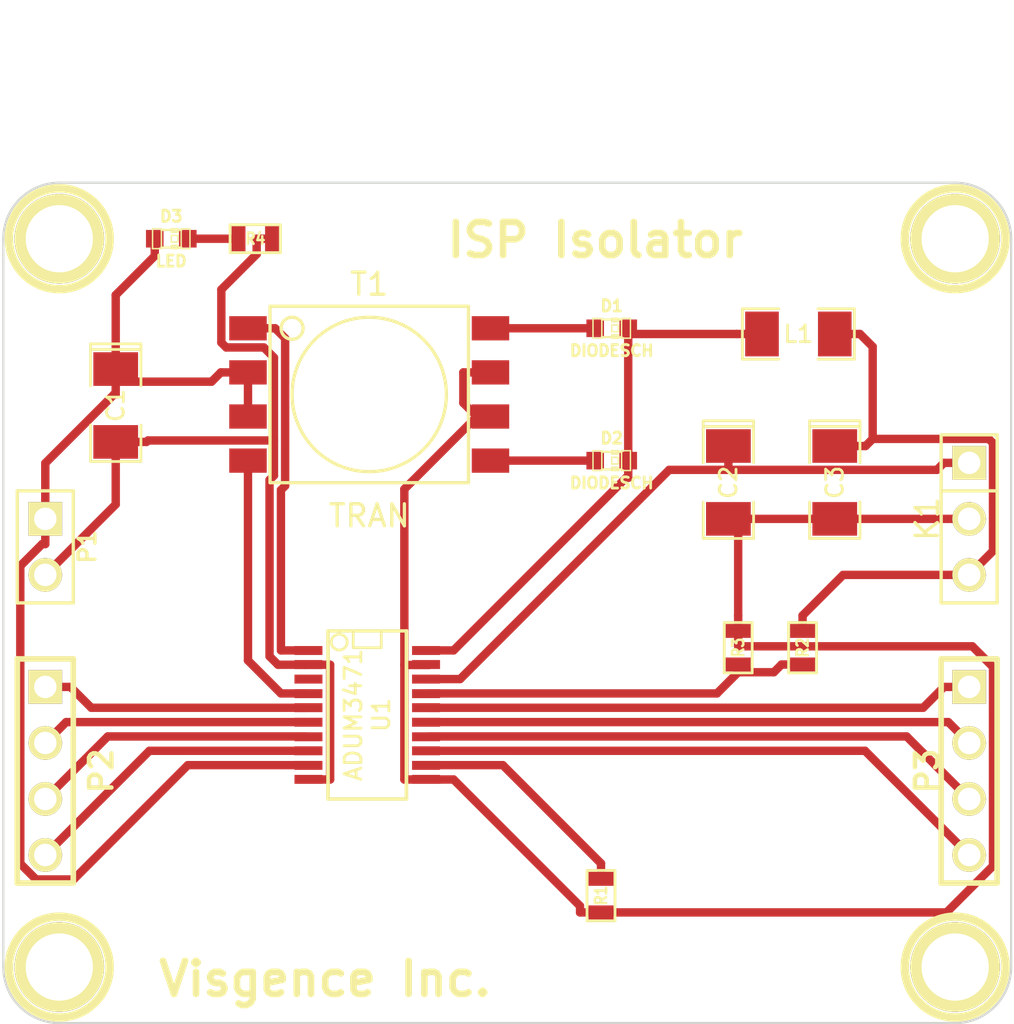
<source format=kicad_pcb>
(kicad_pcb (version 3) (host pcbnew "(2013-07-07 BZR 4022)-stable")

  (general
    (links 41)
    (no_connects 0)
    (area 24.0284 17.78 72.0852 64.516)
    (thickness 1.6)
    (drawings 11)
    (tracks 134)
    (zones 0)
    (modules 21)
    (nets 22)
  )

  (page USLetter)
  (title_block 
    (title "ISP Isolator")
    (rev Rev1)
    (company "Visgence Inc.")
  )

  (layers
    (15 F.Cu signal)
    (0 B.Cu signal)
    (16 B.Adhes user)
    (17 F.Adhes user)
    (18 B.Paste user)
    (19 F.Paste user)
    (20 B.SilkS user)
    (21 F.SilkS user)
    (22 B.Mask user)
    (23 F.Mask user)
    (24 Dwgs.User user)
    (25 Cmts.User user)
    (26 Eco1.User user)
    (27 Eco2.User user)
    (28 Edge.Cuts user)
  )

  (setup
    (last_trace_width 0.381)
    (user_trace_width 0.508)
    (user_trace_width 1.016)
    (trace_clearance 0.127)
    (zone_clearance 0.508)
    (zone_45_only no)
    (trace_min 0.254)
    (segment_width 0.2)
    (edge_width 0.1)
    (via_size 0.889)
    (via_drill 0.635)
    (via_min_size 0.889)
    (via_min_drill 0.508)
    (uvia_size 0.508)
    (uvia_drill 0.127)
    (uvias_allowed no)
    (uvia_min_size 0.508)
    (uvia_min_drill 0.127)
    (pcb_text_width 0.3)
    (pcb_text_size 1.5 1.5)
    (mod_edge_width 0.15)
    (mod_text_size 1 1)
    (mod_text_width 0.15)
    (pad_size 1.7 1.1)
    (pad_drill 0)
    (pad_to_mask_clearance 0)
    (aux_axis_origin 0 0)
    (visible_elements 7FFFFFFF)
    (pcbplotparams
      (layerselection 3178497)
      (usegerberextensions true)
      (excludeedgelayer true)
      (linewidth 0.150000)
      (plotframeref false)
      (viasonmask false)
      (mode 1)
      (useauxorigin false)
      (hpglpennumber 1)
      (hpglpenspeed 20)
      (hpglpendiameter 15)
      (hpglpenoverlay 2)
      (psnegative false)
      (psa4output false)
      (plotreference true)
      (plotvalue true)
      (plotothertext true)
      (plotinvisibletext false)
      (padsonsilk false)
      (subtractmaskfromsilk false)
      (outputformat 1)
      (mirror false)
      (drillshape 0)
      (scaleselection 1)
      (outputdirectory ""))
  )

  (net 0 "")
  (net 1 +5V)
  (net 2 GND)
  (net 3 GNDA)
  (net 4 InA)
  (net 5 InB)
  (net 6 InC)
  (net 7 InD)
  (net 8 N-000011)
  (net 9 N-000012)
  (net 10 N-000015)
  (net 11 N-000016)
  (net 12 N-000018)
  (net 13 N-000019)
  (net 14 N-000020)
  (net 15 N-000021)
  (net 16 OutA)
  (net 17 OutB)
  (net 18 OutC)
  (net 19 OutD)
  (net 20 VDD)
  (net 21 Viso)

  (net_class Default "This is the default net class."
    (clearance 0.127)
    (trace_width 0.381)
    (via_dia 0.889)
    (via_drill 0.635)
    (uvia_dia 0.508)
    (uvia_drill 0.127)
    (add_net "")
    (add_net +5V)
    (add_net GND)
    (add_net GNDA)
    (add_net InA)
    (add_net InB)
    (add_net InC)
    (add_net InD)
    (add_net N-000011)
    (add_net N-000012)
    (add_net N-000015)
    (add_net N-000016)
    (add_net N-000018)
    (add_net N-000019)
    (add_net N-000020)
    (add_net N-000021)
    (add_net OutA)
    (add_net OutB)
    (add_net OutC)
    (add_net OutD)
    (add_net VDD)
    (add_net Viso)
  )

  (module SM1206POL (layer F.Cu) (tedit 42806E4C) (tstamp 527076F6)
    (at 30.5 35.5 270)
    (path /52703693)
    (attr smd)
    (fp_text reference C1 (at 0 0 270) (layer F.SilkS)
      (effects (font (size 0.762 0.762) (thickness 0.127)))
    )
    (fp_text value CP1 (at 0 0 270) (layer F.SilkS) hide
      (effects (font (size 0.762 0.762) (thickness 0.127)))
    )
    (fp_line (start -2.54 -1.143) (end -2.794 -1.143) (layer F.SilkS) (width 0.127))
    (fp_line (start -2.794 -1.143) (end -2.794 1.143) (layer F.SilkS) (width 0.127))
    (fp_line (start -2.794 1.143) (end -2.54 1.143) (layer F.SilkS) (width 0.127))
    (fp_line (start -2.54 -1.143) (end -2.54 1.143) (layer F.SilkS) (width 0.127))
    (fp_line (start -2.54 1.143) (end -0.889 1.143) (layer F.SilkS) (width 0.127))
    (fp_line (start 0.889 -1.143) (end 2.54 -1.143) (layer F.SilkS) (width 0.127))
    (fp_line (start 2.54 -1.143) (end 2.54 1.143) (layer F.SilkS) (width 0.127))
    (fp_line (start 2.54 1.143) (end 0.889 1.143) (layer F.SilkS) (width 0.127))
    (fp_line (start -0.889 -1.143) (end -2.54 -1.143) (layer F.SilkS) (width 0.127))
    (pad 1 smd rect (at -1.651 0 270) (size 1.524 2.032)
      (layers F.Cu F.Paste F.Mask)
      (net 20 VDD)
    )
    (pad 2 smd rect (at 1.651 0 270) (size 1.524 2.032)
      (layers F.Cu F.Paste F.Mask)
      (net 3 GNDA)
    )
    (model smd/chip_cms_pol.wrl
      (at (xyz 0 0 0))
      (scale (xyz 0.17 0.16 0.16))
      (rotate (xyz 0 0 0))
    )
  )

  (module SM1206POL (layer F.Cu) (tedit 42806E4C) (tstamp 52707705)
    (at 63.119 38.989 270)
    (path /527037BA)
    (attr smd)
    (fp_text reference C3 (at 0 0 270) (layer F.SilkS)
      (effects (font (size 0.762 0.762) (thickness 0.127)))
    )
    (fp_text value CP1 (at 0 0 270) (layer F.SilkS) hide
      (effects (font (size 0.762 0.762) (thickness 0.127)))
    )
    (fp_line (start -2.54 -1.143) (end -2.794 -1.143) (layer F.SilkS) (width 0.127))
    (fp_line (start -2.794 -1.143) (end -2.794 1.143) (layer F.SilkS) (width 0.127))
    (fp_line (start -2.794 1.143) (end -2.54 1.143) (layer F.SilkS) (width 0.127))
    (fp_line (start -2.54 -1.143) (end -2.54 1.143) (layer F.SilkS) (width 0.127))
    (fp_line (start -2.54 1.143) (end -0.889 1.143) (layer F.SilkS) (width 0.127))
    (fp_line (start 0.889 -1.143) (end 2.54 -1.143) (layer F.SilkS) (width 0.127))
    (fp_line (start 2.54 -1.143) (end 2.54 1.143) (layer F.SilkS) (width 0.127))
    (fp_line (start 2.54 1.143) (end 0.889 1.143) (layer F.SilkS) (width 0.127))
    (fp_line (start -0.889 -1.143) (end -2.54 -1.143) (layer F.SilkS) (width 0.127))
    (pad 1 smd rect (at -1.651 0 270) (size 1.524 2.032)
      (layers F.Cu F.Paste F.Mask)
      (net 21 Viso)
    )
    (pad 2 smd rect (at 1.651 0 270) (size 1.524 2.032)
      (layers F.Cu F.Paste F.Mask)
      (net 2 GND)
    )
    (model smd/chip_cms_pol.wrl
      (at (xyz 0 0 0))
      (scale (xyz 0.17 0.16 0.16))
      (rotate (xyz 0 0 0))
    )
  )

  (module SM1206POL (layer F.Cu) (tedit 42806E4C) (tstamp 52707714)
    (at 58.293 38.989 270)
    (path /52703917)
    (attr smd)
    (fp_text reference C2 (at 0 0 270) (layer F.SilkS)
      (effects (font (size 0.762 0.762) (thickness 0.127)))
    )
    (fp_text value CP1 (at 0 0 270) (layer F.SilkS) hide
      (effects (font (size 0.762 0.762) (thickness 0.127)))
    )
    (fp_line (start -2.54 -1.143) (end -2.794 -1.143) (layer F.SilkS) (width 0.127))
    (fp_line (start -2.794 -1.143) (end -2.794 1.143) (layer F.SilkS) (width 0.127))
    (fp_line (start -2.794 1.143) (end -2.54 1.143) (layer F.SilkS) (width 0.127))
    (fp_line (start -2.54 -1.143) (end -2.54 1.143) (layer F.SilkS) (width 0.127))
    (fp_line (start -2.54 1.143) (end -0.889 1.143) (layer F.SilkS) (width 0.127))
    (fp_line (start 0.889 -1.143) (end 2.54 -1.143) (layer F.SilkS) (width 0.127))
    (fp_line (start 2.54 -1.143) (end 2.54 1.143) (layer F.SilkS) (width 0.127))
    (fp_line (start 2.54 1.143) (end 0.889 1.143) (layer F.SilkS) (width 0.127))
    (fp_line (start -0.889 -1.143) (end -2.54 -1.143) (layer F.SilkS) (width 0.127))
    (pad 1 smd rect (at -1.651 0 270) (size 1.524 2.032)
      (layers F.Cu F.Paste F.Mask)
      (net 1 +5V)
    )
    (pad 2 smd rect (at 1.651 0 270) (size 1.524 2.032)
      (layers F.Cu F.Paste F.Mask)
      (net 2 GND)
    )
    (model smd/chip_cms_pol.wrl
      (at (xyz 0 0 0))
      (scale (xyz 0.17 0.16 0.16))
      (rotate (xyz 0 0 0))
    )
  )

  (module SM1206 (layer F.Cu) (tedit 42806E24) (tstamp 52707720)
    (at 61.468 32.258)
    (path /52703762)
    (attr smd)
    (fp_text reference L1 (at 0 0) (layer F.SilkS)
      (effects (font (size 0.762 0.762) (thickness 0.127)))
    )
    (fp_text value 47uH (at 0 0) (layer F.SilkS) hide
      (effects (font (size 0.762 0.762) (thickness 0.127)))
    )
    (fp_line (start -2.54 -1.143) (end -2.54 1.143) (layer F.SilkS) (width 0.127))
    (fp_line (start -2.54 1.143) (end -0.889 1.143) (layer F.SilkS) (width 0.127))
    (fp_line (start 0.889 -1.143) (end 2.54 -1.143) (layer F.SilkS) (width 0.127))
    (fp_line (start 2.54 -1.143) (end 2.54 1.143) (layer F.SilkS) (width 0.127))
    (fp_line (start 2.54 1.143) (end 0.889 1.143) (layer F.SilkS) (width 0.127))
    (fp_line (start -0.889 -1.143) (end -2.54 -1.143) (layer F.SilkS) (width 0.127))
    (pad 1 smd rect (at -1.651 0) (size 1.524 2.032)
      (layers F.Cu F.Paste F.Mask)
      (net 15 N-000021)
    )
    (pad 2 smd rect (at 1.651 0) (size 1.524 2.032)
      (layers F.Cu F.Paste F.Mask)
      (net 21 Viso)
    )
    (model smd/chip_cms.wrl
      (at (xyz 0 0 0))
      (scale (xyz 0.17 0.16 0.16))
      (rotate (xyz 0 0 0))
    )
  )

  (module SM0603 (layer F.Cu) (tedit 4E43A3D1) (tstamp 5270772A)
    (at 61.6585 46.482 270)
    (path /52703825)
    (attr smd)
    (fp_text reference R2 (at 0 0 270) (layer F.SilkS)
      (effects (font (size 0.508 0.4572) (thickness 0.1143)))
    )
    (fp_text value R (at 0 0 270) (layer F.SilkS) hide
      (effects (font (size 0.508 0.4572) (thickness 0.1143)))
    )
    (fp_line (start -1.143 -0.635) (end 1.143 -0.635) (layer F.SilkS) (width 0.127))
    (fp_line (start 1.143 -0.635) (end 1.143 0.635) (layer F.SilkS) (width 0.127))
    (fp_line (start 1.143 0.635) (end -1.143 0.635) (layer F.SilkS) (width 0.127))
    (fp_line (start -1.143 0.635) (end -1.143 -0.635) (layer F.SilkS) (width 0.127))
    (pad 1 smd rect (at -0.762 0 270) (size 0.635 1.143)
      (layers F.Cu F.Paste F.Mask)
      (net 21 Viso)
    )
    (pad 2 smd rect (at 0.762 0 270) (size 0.635 1.143)
      (layers F.Cu F.Paste F.Mask)
      (net 12 N-000018)
    )
    (model smd\resistors\R0603.wrl
      (at (xyz 0 0 0.001))
      (scale (xyz 0.5 0.5 0.5))
      (rotate (xyz 0 0 0))
    )
  )

  (module SM0603 (layer F.Cu) (tedit 4E43A3D1) (tstamp 52707734)
    (at 58.7375 46.482 270)
    (path /5270384C)
    (attr smd)
    (fp_text reference R3 (at 0 0 270) (layer F.SilkS)
      (effects (font (size 0.508 0.4572) (thickness 0.1143)))
    )
    (fp_text value R (at 0 0 270) (layer F.SilkS) hide
      (effects (font (size 0.508 0.4572) (thickness 0.1143)))
    )
    (fp_line (start -1.143 -0.635) (end 1.143 -0.635) (layer F.SilkS) (width 0.127))
    (fp_line (start 1.143 -0.635) (end 1.143 0.635) (layer F.SilkS) (width 0.127))
    (fp_line (start 1.143 0.635) (end -1.143 0.635) (layer F.SilkS) (width 0.127))
    (fp_line (start -1.143 0.635) (end -1.143 -0.635) (layer F.SilkS) (width 0.127))
    (pad 1 smd rect (at -0.762 0 270) (size 0.635 1.143)
      (layers F.Cu F.Paste F.Mask)
      (net 2 GND)
    )
    (pad 2 smd rect (at 0.762 0 270) (size 0.635 1.143)
      (layers F.Cu F.Paste F.Mask)
      (net 12 N-000018)
    )
    (model smd\resistors\R0603.wrl
      (at (xyz 0 0 0.001))
      (scale (xyz 0.5 0.5 0.5))
      (rotate (xyz 0 0 0))
    )
  )

  (module SM0603 (layer F.Cu) (tedit 4E43A3D1) (tstamp 5270773E)
    (at 52.5145 57.7215 90)
    (path /52703A11)
    (attr smd)
    (fp_text reference R1 (at 0 0 90) (layer F.SilkS)
      (effects (font (size 0.508 0.4572) (thickness 0.1143)))
    )
    (fp_text value 100k (at 0 0 90) (layer F.SilkS) hide
      (effects (font (size 0.508 0.4572) (thickness 0.1143)))
    )
    (fp_line (start -1.143 -0.635) (end 1.143 -0.635) (layer F.SilkS) (width 0.127))
    (fp_line (start 1.143 -0.635) (end 1.143 0.635) (layer F.SilkS) (width 0.127))
    (fp_line (start 1.143 0.635) (end -1.143 0.635) (layer F.SilkS) (width 0.127))
    (fp_line (start -1.143 0.635) (end -1.143 -0.635) (layer F.SilkS) (width 0.127))
    (pad 1 smd rect (at -0.762 0 90) (size 0.635 1.143)
      (layers F.Cu F.Paste F.Mask)
      (net 2 GND)
    )
    (pad 2 smd rect (at 0.762 0 90) (size 0.635 1.143)
      (layers F.Cu F.Paste F.Mask)
      (net 8 N-000011)
    )
    (model smd\resistors\R0603.wrl
      (at (xyz 0 0 0.001))
      (scale (xyz 0.5 0.5 0.5))
      (rotate (xyz 0 0 0))
    )
  )

  (module PIN_ARRAY_4x1 (layer F.Cu) (tedit 4C10F42E) (tstamp 5270774A)
    (at 27.305 52.07 270)
    (descr "Double rangee de contacts 2 x 5 pins")
    (tags CONN)
    (path /5270773E)
    (fp_text reference P2 (at 0 -2.54 270) (layer F.SilkS)
      (effects (font (size 1.016 1.016) (thickness 0.2032)))
    )
    (fp_text value CONN_4 (at 0 2.54 270) (layer F.SilkS) hide
      (effects (font (size 1.016 1.016) (thickness 0.2032)))
    )
    (fp_line (start 5.08 1.27) (end -5.08 1.27) (layer F.SilkS) (width 0.254))
    (fp_line (start 5.08 -1.27) (end -5.08 -1.27) (layer F.SilkS) (width 0.254))
    (fp_line (start -5.08 -1.27) (end -5.08 1.27) (layer F.SilkS) (width 0.254))
    (fp_line (start 5.08 1.27) (end 5.08 -1.27) (layer F.SilkS) (width 0.254))
    (pad 1 thru_hole rect (at -3.81 0 270) (size 1.524 1.524) (drill 1.016)
      (layers *.Cu *.Mask F.SilkS)
      (net 4 InA)
    )
    (pad 2 thru_hole circle (at -1.27 0 270) (size 1.524 1.524) (drill 1.016)
      (layers *.Cu *.Mask F.SilkS)
      (net 5 InB)
    )
    (pad 3 thru_hole circle (at 1.27 0 270) (size 1.524 1.524) (drill 1.016)
      (layers *.Cu *.Mask F.SilkS)
      (net 6 InC)
    )
    (pad 4 thru_hole circle (at 3.81 0 270) (size 1.524 1.524) (drill 1.016)
      (layers *.Cu *.Mask F.SilkS)
      (net 19 OutD)
    )
    (model pin_array\pins_array_4x1.wrl
      (at (xyz 0 0 0))
      (scale (xyz 1 1 1))
      (rotate (xyz 0 0 0))
    )
  )

  (module PIN_ARRAY_4x1 (layer F.Cu) (tedit 52708267) (tstamp 52707756)
    (at 69.215 52.07 270)
    (descr "Double rangee de contacts 2 x 5 pins")
    (tags CONN)
    (path /52707871)
    (fp_text reference P3 (at 0 1.905 270) (layer F.SilkS)
      (effects (font (size 1.016 1.016) (thickness 0.2032)))
    )
    (fp_text value CONN_4 (at 0 2.54 270) (layer F.SilkS) hide
      (effects (font (size 1.016 1.016) (thickness 0.2032)))
    )
    (fp_line (start 5.08 1.27) (end -5.08 1.27) (layer F.SilkS) (width 0.254))
    (fp_line (start 5.08 -1.27) (end -5.08 -1.27) (layer F.SilkS) (width 0.254))
    (fp_line (start -5.08 -1.27) (end -5.08 1.27) (layer F.SilkS) (width 0.254))
    (fp_line (start 5.08 1.27) (end 5.08 -1.27) (layer F.SilkS) (width 0.254))
    (pad 1 thru_hole rect (at -3.81 0 270) (size 1.524 1.524) (drill 1.016)
      (layers *.Cu *.Mask F.SilkS)
      (net 16 OutA)
    )
    (pad 2 thru_hole circle (at -1.27 0 270) (size 1.524 1.524) (drill 1.016)
      (layers *.Cu *.Mask F.SilkS)
      (net 17 OutB)
    )
    (pad 3 thru_hole circle (at 1.27 0 270) (size 1.524 1.524) (drill 1.016)
      (layers *.Cu *.Mask F.SilkS)
      (net 18 OutC)
    )
    (pad 4 thru_hole circle (at 3.81 0 270) (size 1.524 1.524) (drill 1.016)
      (layers *.Cu *.Mask F.SilkS)
      (net 7 InD)
    )
    (model pin_array\pins_array_4x1.wrl
      (at (xyz 0 0 0))
      (scale (xyz 1 1 1))
      (rotate (xyz 0 0 0))
    )
  )

  (module PIN_ARRAY_3X1 (layer F.Cu) (tedit 52708263) (tstamp 52707762)
    (at 69.215 40.64 270)
    (descr "Connecteur 3 pins")
    (tags "CONN DEV")
    (path /52707883)
    (fp_text reference K1 (at 0 1.905 270) (layer F.SilkS)
      (effects (font (size 1.016 1.016) (thickness 0.1524)))
    )
    (fp_text value CONN_3 (at 0 -2.159 270) (layer F.SilkS) hide
      (effects (font (size 1.016 1.016) (thickness 0.1524)))
    )
    (fp_line (start -3.81 1.27) (end -3.81 -1.27) (layer F.SilkS) (width 0.1524))
    (fp_line (start -3.81 -1.27) (end 3.81 -1.27) (layer F.SilkS) (width 0.1524))
    (fp_line (start 3.81 -1.27) (end 3.81 1.27) (layer F.SilkS) (width 0.1524))
    (fp_line (start 3.81 1.27) (end -3.81 1.27) (layer F.SilkS) (width 0.1524))
    (fp_line (start -1.27 -1.27) (end -1.27 1.27) (layer F.SilkS) (width 0.1524))
    (pad 1 thru_hole rect (at -2.54 0 270) (size 1.524 1.524) (drill 1.016)
      (layers *.Cu *.Mask F.SilkS)
      (net 1 +5V)
    )
    (pad 2 thru_hole circle (at 0 0 270) (size 1.524 1.524) (drill 1.016)
      (layers *.Cu *.Mask F.SilkS)
      (net 2 GND)
    )
    (pad 3 thru_hole circle (at 2.54 0 270) (size 1.524 1.524) (drill 1.016)
      (layers *.Cu *.Mask F.SilkS)
      (net 21 Viso)
    )
    (model pin_array/pins_array_3x1.wrl
      (at (xyz 0 0 0))
      (scale (xyz 1 1 1))
      (rotate (xyz 0 0 0))
    )
  )

  (module PIN_ARRAY_2X1 (layer F.Cu) (tedit 4565C520) (tstamp 52707771)
    (at 27.305 41.91 270)
    (descr "Connecteurs 2 pins")
    (tags "CONN DEV")
    (path /5270768F)
    (fp_text reference P1 (at 0 -1.905 270) (layer F.SilkS)
      (effects (font (size 0.762 0.762) (thickness 0.1524)))
    )
    (fp_text value CONN_2 (at 0 -1.905 270) (layer F.SilkS) hide
      (effects (font (size 0.762 0.762) (thickness 0.1524)))
    )
    (fp_line (start -2.54 1.27) (end -2.54 -1.27) (layer F.SilkS) (width 0.1524))
    (fp_line (start -2.54 -1.27) (end 2.54 -1.27) (layer F.SilkS) (width 0.1524))
    (fp_line (start 2.54 -1.27) (end 2.54 1.27) (layer F.SilkS) (width 0.1524))
    (fp_line (start 2.54 1.27) (end -2.54 1.27) (layer F.SilkS) (width 0.1524))
    (pad 1 thru_hole rect (at -1.27 0 270) (size 1.524 1.524) (drill 1.016)
      (layers *.Cu *.Mask F.SilkS)
      (net 20 VDD)
    )
    (pad 2 thru_hole circle (at 1.27 0 270) (size 1.524 1.524) (drill 1.016)
      (layers *.Cu *.Mask F.SilkS)
      (net 3 GNDA)
    )
    (model pin_array/pins_array_2x1.wrl
      (at (xyz 0 0 0))
      (scale (xyz 1 1 1))
      (rotate (xyz 0 0 0))
    )
  )

  (module TRAN (layer F.Cu) (tedit 52707BBA) (tstamp 52707C73)
    (at 42 35)
    (path /52703B8A)
    (fp_text reference T1 (at 0 -5) (layer F.SilkS)
      (effects (font (size 1 1) (thickness 0.15)))
    )
    (fp_text value TRAN (at 0 5.5) (layer F.SilkS)
      (effects (font (size 1 1) (thickness 0.15)))
    )
    (fp_circle (center -3.5 -3) (end -3 -3) (layer F.SilkS) (width 0.15))
    (fp_circle (center 0 0) (end 0 -3.5) (layer F.SilkS) (width 0.15))
    (fp_line (start -4.5 -4) (end -4.5 4) (layer F.SilkS) (width 0.15))
    (fp_line (start -4.5 4) (end 4.5 4) (layer F.SilkS) (width 0.15))
    (fp_line (start 4.5 4) (end 4.5 -4) (layer F.SilkS) (width 0.15))
    (fp_line (start 4.5 -4) (end -4.5 -4) (layer F.SilkS) (width 0.15))
    (pad 1 smd rect (at -5.5 -3) (size 1.7 1.1)
      (layers F.Cu F.Paste F.Mask)
      (net 10 N-000015)
    )
    (pad 2 smd rect (at -5.5 -1) (size 1.7 1.1)
      (layers F.Cu F.Paste F.Mask)
      (net 20 VDD)
    )
    (pad 3 smd rect (at -5.5 1) (size 1.7 1.1)
      (layers F.Cu F.Paste F.Mask)
      (net 20 VDD)
    )
    (pad 4 smd rect (at -5.5 3) (size 1.7 1.1)
      (layers F.Cu F.Paste F.Mask)
      (net 11 N-000016)
    )
    (pad 5 smd rect (at 5.5 3) (size 1.7 1.1)
      (layers F.Cu F.Paste F.Mask)
      (net 14 N-000020)
    )
    (pad 6 smd rect (at 5.5 1) (size 1.7 1.1)
      (layers F.Cu F.Paste F.Mask)
      (net 2 GND)
    )
    (pad 7 smd rect (at 5.5 -1) (size 1.7 1.1)
      (layers F.Cu F.Paste F.Mask)
      (net 2 GND)
    )
    (pad 8 smd rect (at 5.5 -3) (size 1.7 1.1)
      (layers F.Cu F.Paste F.Mask)
      (net 13 N-000019)
    )
  )

  (module LED-0603 (layer F.Cu) (tedit 4E16AFB4) (tstamp 52707789)
    (at 53 32)
    (descr "LED 0603 smd package")
    (tags "LED led 0603 SMD smd SMT smt smdled SMDLED smtled SMTLED")
    (path /52703704)
    (attr smd)
    (fp_text reference D1 (at 0 -1.016) (layer F.SilkS)
      (effects (font (size 0.508 0.508) (thickness 0.127)))
    )
    (fp_text value DIODESCH (at 0 1.016) (layer F.SilkS)
      (effects (font (size 0.508 0.508) (thickness 0.127)))
    )
    (fp_line (start 0.44958 -0.44958) (end 0.44958 0.44958) (layer F.SilkS) (width 0.06604))
    (fp_line (start 0.44958 0.44958) (end 0.84836 0.44958) (layer F.SilkS) (width 0.06604))
    (fp_line (start 0.84836 -0.44958) (end 0.84836 0.44958) (layer F.SilkS) (width 0.06604))
    (fp_line (start 0.44958 -0.44958) (end 0.84836 -0.44958) (layer F.SilkS) (width 0.06604))
    (fp_line (start -0.84836 -0.44958) (end -0.84836 0.44958) (layer F.SilkS) (width 0.06604))
    (fp_line (start -0.84836 0.44958) (end -0.44958 0.44958) (layer F.SilkS) (width 0.06604))
    (fp_line (start -0.44958 -0.44958) (end -0.44958 0.44958) (layer F.SilkS) (width 0.06604))
    (fp_line (start -0.84836 -0.44958) (end -0.44958 -0.44958) (layer F.SilkS) (width 0.06604))
    (fp_line (start 0 -0.44958) (end 0 -0.29972) (layer F.SilkS) (width 0.06604))
    (fp_line (start 0 -0.29972) (end 0.29972 -0.29972) (layer F.SilkS) (width 0.06604))
    (fp_line (start 0.29972 -0.44958) (end 0.29972 -0.29972) (layer F.SilkS) (width 0.06604))
    (fp_line (start 0 -0.44958) (end 0.29972 -0.44958) (layer F.SilkS) (width 0.06604))
    (fp_line (start 0 0.29972) (end 0 0.44958) (layer F.SilkS) (width 0.06604))
    (fp_line (start 0 0.44958) (end 0.29972 0.44958) (layer F.SilkS) (width 0.06604))
    (fp_line (start 0.29972 0.29972) (end 0.29972 0.44958) (layer F.SilkS) (width 0.06604))
    (fp_line (start 0 0.29972) (end 0.29972 0.29972) (layer F.SilkS) (width 0.06604))
    (fp_line (start 0 -0.14986) (end 0 0.14986) (layer F.SilkS) (width 0.06604))
    (fp_line (start 0 0.14986) (end 0.29972 0.14986) (layer F.SilkS) (width 0.06604))
    (fp_line (start 0.29972 -0.14986) (end 0.29972 0.14986) (layer F.SilkS) (width 0.06604))
    (fp_line (start 0 -0.14986) (end 0.29972 -0.14986) (layer F.SilkS) (width 0.06604))
    (fp_line (start 0.44958 -0.39878) (end -0.44958 -0.39878) (layer F.SilkS) (width 0.1016))
    (fp_line (start 0.44958 0.39878) (end -0.44958 0.39878) (layer F.SilkS) (width 0.1016))
    (pad 1 smd rect (at -0.7493 0) (size 0.79756 0.79756)
      (layers F.Cu F.Paste F.Mask)
      (net 13 N-000019)
    )
    (pad 2 smd rect (at 0.7493 0) (size 0.79756 0.79756)
      (layers F.Cu F.Paste F.Mask)
      (net 15 N-000021)
    )
  )

  (module LED-0603 (layer F.Cu) (tedit 4E16AFB4) (tstamp 527077A1)
    (at 53 38)
    (descr "LED 0603 smd package")
    (tags "LED led 0603 SMD smd SMT smt smdled SMDLED smtled SMTLED")
    (path /52703711)
    (attr smd)
    (fp_text reference D2 (at 0 -1.016) (layer F.SilkS)
      (effects (font (size 0.508 0.508) (thickness 0.127)))
    )
    (fp_text value DIODESCH (at 0 1.016) (layer F.SilkS)
      (effects (font (size 0.508 0.508) (thickness 0.127)))
    )
    (fp_line (start 0.44958 -0.44958) (end 0.44958 0.44958) (layer F.SilkS) (width 0.06604))
    (fp_line (start 0.44958 0.44958) (end 0.84836 0.44958) (layer F.SilkS) (width 0.06604))
    (fp_line (start 0.84836 -0.44958) (end 0.84836 0.44958) (layer F.SilkS) (width 0.06604))
    (fp_line (start 0.44958 -0.44958) (end 0.84836 -0.44958) (layer F.SilkS) (width 0.06604))
    (fp_line (start -0.84836 -0.44958) (end -0.84836 0.44958) (layer F.SilkS) (width 0.06604))
    (fp_line (start -0.84836 0.44958) (end -0.44958 0.44958) (layer F.SilkS) (width 0.06604))
    (fp_line (start -0.44958 -0.44958) (end -0.44958 0.44958) (layer F.SilkS) (width 0.06604))
    (fp_line (start -0.84836 -0.44958) (end -0.44958 -0.44958) (layer F.SilkS) (width 0.06604))
    (fp_line (start 0 -0.44958) (end 0 -0.29972) (layer F.SilkS) (width 0.06604))
    (fp_line (start 0 -0.29972) (end 0.29972 -0.29972) (layer F.SilkS) (width 0.06604))
    (fp_line (start 0.29972 -0.44958) (end 0.29972 -0.29972) (layer F.SilkS) (width 0.06604))
    (fp_line (start 0 -0.44958) (end 0.29972 -0.44958) (layer F.SilkS) (width 0.06604))
    (fp_line (start 0 0.29972) (end 0 0.44958) (layer F.SilkS) (width 0.06604))
    (fp_line (start 0 0.44958) (end 0.29972 0.44958) (layer F.SilkS) (width 0.06604))
    (fp_line (start 0.29972 0.29972) (end 0.29972 0.44958) (layer F.SilkS) (width 0.06604))
    (fp_line (start 0 0.29972) (end 0.29972 0.29972) (layer F.SilkS) (width 0.06604))
    (fp_line (start 0 -0.14986) (end 0 0.14986) (layer F.SilkS) (width 0.06604))
    (fp_line (start 0 0.14986) (end 0.29972 0.14986) (layer F.SilkS) (width 0.06604))
    (fp_line (start 0.29972 -0.14986) (end 0.29972 0.14986) (layer F.SilkS) (width 0.06604))
    (fp_line (start 0 -0.14986) (end 0.29972 -0.14986) (layer F.SilkS) (width 0.06604))
    (fp_line (start 0.44958 -0.39878) (end -0.44958 -0.39878) (layer F.SilkS) (width 0.1016))
    (fp_line (start 0.44958 0.39878) (end -0.44958 0.39878) (layer F.SilkS) (width 0.1016))
    (pad 1 smd rect (at -0.7493 0) (size 0.79756 0.79756)
      (layers F.Cu F.Paste F.Mask)
      (net 14 N-000020)
    )
    (pad 2 smd rect (at 0.7493 0) (size 0.79756 0.79756)
      (layers F.Cu F.Paste F.Mask)
      (net 15 N-000021)
    )
  )

  (module 1pin (layer F.Cu) (tedit 527E8495) (tstamp 527080D0)
    (at 27.94 27.94)
    (descr "module 1 pin (ou trou mecanique de percage)")
    (tags DEV)
    (path 1pin)
    (fp_text reference h1 (at 0 -3.048) (layer F.SilkS) hide
      (effects (font (size 1.016 1.016) (thickness 0.254)))
    )
    (fp_text value h1 (at 0 2.794) (layer F.SilkS) hide
      (effects (font (size 1.016 1.016) (thickness 0.254)))
    )
    (fp_circle (center 0 0) (end 0 -2.286) (layer F.SilkS) (width 0.381))
    (pad 1 thru_hole circle (at 0 0) (size 4.064 4.064) (drill 3.048)
      (layers *.Cu *.Mask F.SilkS)
    )
  )

  (module 1pin (layer F.Cu) (tedit 527E849A) (tstamp 527080DC)
    (at 68.58 27.94)
    (descr "module 1 pin (ou trou mecanique de percage)")
    (tags DEV)
    (path 1pin)
    (fp_text reference h2 (at 0 -3.048) (layer F.SilkS) hide
      (effects (font (size 1.016 1.016) (thickness 0.254)))
    )
    (fp_text value h2 (at 0 2.794) (layer F.SilkS) hide
      (effects (font (size 1.016 1.016) (thickness 0.254)))
    )
    (fp_circle (center 0 0) (end 0 -2.286) (layer F.SilkS) (width 0.381))
    (pad 1 thru_hole circle (at 0 0) (size 4.064 4.064) (drill 3.048)
      (layers *.Cu *.Mask F.SilkS)
    )
  )

  (module 1pin (layer F.Cu) (tedit 527E8500) (tstamp 527080E7)
    (at 68.58 60.96)
    (descr "module 1 pin (ou trou mecanique de percage)")
    (tags DEV)
    (path 1pin)
    (fp_text reference h4 (at 0 -3.048) (layer F.SilkS) hide
      (effects (font (size 1.016 1.016) (thickness 0.254)))
    )
    (fp_text value h4 (at 0 2.794) (layer F.SilkS) hide
      (effects (font (size 1.016 1.016) (thickness 0.254)))
    )
    (fp_circle (center 0 0) (end 0 -2.286) (layer F.SilkS) (width 0.381))
    (pad 1 thru_hole circle (at 0 0) (size 4.064 4.064) (drill 3.048)
      (layers *.Cu *.Mask F.SilkS)
    )
  )

  (module 1pin (layer F.Cu) (tedit 527E84A3) (tstamp 527080F2)
    (at 27.94 60.96)
    (descr "module 1 pin (ou trou mecanique de percage)")
    (tags DEV)
    (path 1pin)
    (fp_text reference h3 (at 0 -3.048) (layer F.SilkS) hide
      (effects (font (size 1.016 1.016) (thickness 0.254)))
    )
    (fp_text value h3 (at 0 2.794) (layer F.SilkS) hide
      (effects (font (size 1.016 1.016) (thickness 0.254)))
    )
    (fp_circle (center 0 0) (end 0 -2.286) (layer F.SilkS) (width 0.381))
    (pad 1 thru_hole circle (at 0 0) (size 4.064 4.064) (drill 3.048)
      (layers *.Cu *.Mask F.SilkS)
    )
  )

  (module SM0603 (layer F.Cu) (tedit 527083CC) (tstamp 5270839E)
    (at 36.83 27.94 180)
    (path /52708322)
    (attr smd)
    (fp_text reference R4 (at 0 0 180) (layer F.SilkS)
      (effects (font (size 0.508 0.4572) (thickness 0.1143)))
    )
    (fp_text value 2.2k (at 0 0 180) (layer F.SilkS) hide
      (effects (font (size 0.508 0.4572) (thickness 0.1143)))
    )
    (fp_line (start -1.143 -0.635) (end 1.143 -0.635) (layer F.SilkS) (width 0.127))
    (fp_line (start 1.143 -0.635) (end 1.143 0.635) (layer F.SilkS) (width 0.127))
    (fp_line (start 1.143 0.635) (end -1.143 0.635) (layer F.SilkS) (width 0.127))
    (fp_line (start -1.143 0.635) (end -1.143 -0.635) (layer F.SilkS) (width 0.127))
    (pad 1 smd rect (at -0.762 0 180) (size 0.635 1.143)
      (layers F.Cu F.Paste F.Mask)
      (net 3 GNDA)
    )
    (pad 2 smd rect (at 0.762 0 180) (size 0.635 1.143)
      (layers F.Cu F.Paste F.Mask)
      (net 9 N-000012)
    )
    (model smd\resistors\R0603.wrl
      (at (xyz 0 0 0.001))
      (scale (xyz 0.5 0.5 0.5))
      (rotate (xyz 0 0 0))
    )
  )

  (module LED-0603 (layer F.Cu) (tedit 4E16AFB4) (tstamp 527083BA)
    (at 33.02 27.94)
    (descr "LED 0603 smd package")
    (tags "LED led 0603 SMD smd SMT smt smdled SMDLED smtled SMTLED")
    (path /52708313)
    (attr smd)
    (fp_text reference D3 (at 0 -1.016) (layer F.SilkS)
      (effects (font (size 0.508 0.508) (thickness 0.127)))
    )
    (fp_text value LED (at 0 1.016) (layer F.SilkS)
      (effects (font (size 0.508 0.508) (thickness 0.127)))
    )
    (fp_line (start 0.44958 -0.44958) (end 0.44958 0.44958) (layer F.SilkS) (width 0.06604))
    (fp_line (start 0.44958 0.44958) (end 0.84836 0.44958) (layer F.SilkS) (width 0.06604))
    (fp_line (start 0.84836 -0.44958) (end 0.84836 0.44958) (layer F.SilkS) (width 0.06604))
    (fp_line (start 0.44958 -0.44958) (end 0.84836 -0.44958) (layer F.SilkS) (width 0.06604))
    (fp_line (start -0.84836 -0.44958) (end -0.84836 0.44958) (layer F.SilkS) (width 0.06604))
    (fp_line (start -0.84836 0.44958) (end -0.44958 0.44958) (layer F.SilkS) (width 0.06604))
    (fp_line (start -0.44958 -0.44958) (end -0.44958 0.44958) (layer F.SilkS) (width 0.06604))
    (fp_line (start -0.84836 -0.44958) (end -0.44958 -0.44958) (layer F.SilkS) (width 0.06604))
    (fp_line (start 0 -0.44958) (end 0 -0.29972) (layer F.SilkS) (width 0.06604))
    (fp_line (start 0 -0.29972) (end 0.29972 -0.29972) (layer F.SilkS) (width 0.06604))
    (fp_line (start 0.29972 -0.44958) (end 0.29972 -0.29972) (layer F.SilkS) (width 0.06604))
    (fp_line (start 0 -0.44958) (end 0.29972 -0.44958) (layer F.SilkS) (width 0.06604))
    (fp_line (start 0 0.29972) (end 0 0.44958) (layer F.SilkS) (width 0.06604))
    (fp_line (start 0 0.44958) (end 0.29972 0.44958) (layer F.SilkS) (width 0.06604))
    (fp_line (start 0.29972 0.29972) (end 0.29972 0.44958) (layer F.SilkS) (width 0.06604))
    (fp_line (start 0 0.29972) (end 0.29972 0.29972) (layer F.SilkS) (width 0.06604))
    (fp_line (start 0 -0.14986) (end 0 0.14986) (layer F.SilkS) (width 0.06604))
    (fp_line (start 0 0.14986) (end 0.29972 0.14986) (layer F.SilkS) (width 0.06604))
    (fp_line (start 0.29972 -0.14986) (end 0.29972 0.14986) (layer F.SilkS) (width 0.06604))
    (fp_line (start 0 -0.14986) (end 0.29972 -0.14986) (layer F.SilkS) (width 0.06604))
    (fp_line (start 0.44958 -0.39878) (end -0.44958 -0.39878) (layer F.SilkS) (width 0.1016))
    (fp_line (start 0.44958 0.39878) (end -0.44958 0.39878) (layer F.SilkS) (width 0.1016))
    (pad 1 smd rect (at -0.7493 0) (size 0.79756 0.79756)
      (layers F.Cu F.Paste F.Mask)
      (net 20 VDD)
    )
    (pad 2 smd rect (at 0.7493 0) (size 0.79756 0.79756)
      (layers F.Cu F.Paste F.Mask)
      (net 9 N-000012)
    )
  )

  (module SSOP20 (layer F.Cu) (tedit 48B5A104) (tstamp 527076E7)
    (at 41.91 49.53 270)
    (descr "SSOP 20 pins")
    (tags "CMS SSOP SMD")
    (path /52703613)
    (attr smd)
    (fp_text reference U1 (at 0 -0.635 270) (layer F.SilkS)
      (effects (font (size 0.762 0.762) (thickness 0.127)))
    )
    (fp_text value ADUM3471 (at 0 0.635 270) (layer F.SilkS)
      (effects (font (size 0.762 0.762) (thickness 0.127)))
    )
    (fp_line (start 3.81 -1.778) (end -3.81 -1.778) (layer F.SilkS) (width 0.1651))
    (fp_line (start -3.81 1.778) (end 3.81 1.778) (layer F.SilkS) (width 0.1651))
    (fp_line (start 3.81 -1.778) (end 3.81 1.778) (layer F.SilkS) (width 0.1651))
    (fp_line (start -3.81 1.778) (end -3.81 -1.778) (layer F.SilkS) (width 0.1524))
    (fp_circle (center -3.302 1.27) (end -3.556 1.016) (layer F.SilkS) (width 0.127))
    (fp_line (start -3.81 -0.635) (end -3.048 -0.635) (layer F.SilkS) (width 0.127))
    (fp_line (start -3.048 -0.635) (end -3.048 0.635) (layer F.SilkS) (width 0.127))
    (fp_line (start -3.048 0.635) (end -3.81 0.635) (layer F.SilkS) (width 0.127))
    (pad 1 smd rect (at -2.921 2.667 270) (size 0.4064 1.27)
      (layers F.Cu F.Paste F.Mask)
      (net 10 N-000015)
    )
    (pad 2 smd rect (at -2.286 2.667 270) (size 0.4064 1.27)
      (layers F.Cu F.Paste F.Mask)
      (net 3 GNDA)
    )
    (pad 3 smd rect (at -1.6256 2.667 270) (size 0.4064 1.27)
      (layers F.Cu F.Paste F.Mask)
    )
    (pad 4 smd rect (at -0.9652 2.667 270) (size 0.4064 1.27)
      (layers F.Cu F.Paste F.Mask)
      (net 11 N-000016)
    )
    (pad 5 smd rect (at -0.3302 2.667 270) (size 0.4064 1.27)
      (layers F.Cu F.Paste F.Mask)
      (net 4 InA)
    )
    (pad 6 smd rect (at 0.3302 2.667 270) (size 0.4064 1.27)
      (layers F.Cu F.Paste F.Mask)
      (net 5 InB)
    )
    (pad 7 smd rect (at 0.9906 2.667 270) (size 0.4064 1.27)
      (layers F.Cu F.Paste F.Mask)
      (net 6 InC)
    )
    (pad 8 smd rect (at 1.6256 2.667 270) (size 0.4064 1.27)
      (layers F.Cu F.Paste F.Mask)
      (net 19 OutD)
    )
    (pad 9 smd rect (at 2.286 2.667 270) (size 0.4064 1.27)
      (layers F.Cu F.Paste F.Mask)
      (net 20 VDD)
    )
    (pad 10 smd rect (at 2.921 2.667 270) (size 0.4064 1.27)
      (layers F.Cu F.Paste F.Mask)
      (net 3 GNDA)
    )
    (pad 11 smd rect (at 2.921 -2.667 270) (size 0.4064 1.27)
      (layers F.Cu F.Paste F.Mask)
      (net 2 GND)
    )
    (pad 12 smd rect (at 2.286 -2.667 270) (size 0.4064 1.27)
      (layers F.Cu F.Paste F.Mask)
      (net 8 N-000011)
    )
    (pad 13 smd rect (at 1.6256 -2.667 270) (size 0.4064 1.27)
      (layers F.Cu F.Paste F.Mask)
      (net 7 InD)
    )
    (pad 14 smd rect (at 0.9906 -2.667 270) (size 0.4064 1.27)
      (layers F.Cu F.Paste F.Mask)
      (net 18 OutC)
    )
    (pad 15 smd rect (at 0.3302 -2.667 270) (size 0.4064 1.27)
      (layers F.Cu F.Paste F.Mask)
      (net 17 OutB)
    )
    (pad 16 smd rect (at -0.3302 -2.667 270) (size 0.4064 1.27)
      (layers F.Cu F.Paste F.Mask)
      (net 16 OutA)
    )
    (pad 17 smd rect (at -0.9652 -2.667 270) (size 0.4064 1.27)
      (layers F.Cu F.Paste F.Mask)
      (net 12 N-000018)
    )
    (pad 18 smd rect (at -1.6256 -2.667 270) (size 0.4064 1.27)
      (layers F.Cu F.Paste F.Mask)
      (net 1 +5V)
    )
    (pad 19 smd rect (at -2.286 -2.667 270) (size 0.4064 1.27)
      (layers F.Cu F.Paste F.Mask)
      (net 2 GND)
    )
    (pad 20 smd rect (at -2.921 -2.667 270) (size 0.4064 1.27)
      (layers F.Cu F.Paste F.Mask)
      (net 15 N-000021)
    )
    (model smd/cms_so20.wrl
      (at (xyz 0 0 0))
      (scale (xyz 0.255 0.33 0.3))
      (rotate (xyz 0 0 0))
    )
  )

  (dimension 45.72 (width 0.3) (layer Cmts.User)
    (gr_text "1.8000 in" (at 48.26 21.67) (layer Cmts.User)
      (effects (font (size 1.5 1.5) (thickness 0.3)))
    )
    (feature1 (pts (xy 71.12 17.78) (xy 71.12 23.02)))
    (feature2 (pts (xy 25.4 17.78) (xy 25.4 23.02)))
    (crossbar (pts (xy 25.4 20.32) (xy 71.12 20.32)))
    (arrow1a (pts (xy 71.12 20.32) (xy 69.993497 20.90642)))
    (arrow1b (pts (xy 71.12 20.32) (xy 69.993497 19.73358)))
    (arrow2a (pts (xy 25.4 20.32) (xy 26.526503 20.90642)))
    (arrow2b (pts (xy 25.4 20.32) (xy 26.526503 19.73358)))
  )
  (gr_text "ISP Isolator" (at 52.25 28) (layer F.SilkS)
    (effects (font (size 1.5 1.5) (thickness 0.3)))
  )
  (gr_text "Visgence Inc." (at 40 61.5) (layer F.SilkS)
    (effects (font (size 1.5 1.5) (thickness 0.3)))
  )
  (gr_line (start 68.58 25.4) (end 27.94 25.4) (angle 90) (layer Edge.Cuts) (width 0.1))
  (gr_line (start 71.12 27.94) (end 71.12 60.96) (angle 90) (layer Edge.Cuts) (width 0.1))
  (gr_line (start 27.94 63.5) (end 68.58 63.5) (angle 90) (layer Edge.Cuts) (width 0.1))
  (gr_line (start 25.4 27.94) (end 25.4 60.96) (angle 90) (layer Edge.Cuts) (width 0.1))
  (gr_arc (start 27.94 60.96) (end 27.94 63.5) (angle 90) (layer Edge.Cuts) (width 0.1))
  (gr_arc (start 68.58 60.96) (end 71.12 60.96) (angle 90) (layer Edge.Cuts) (width 0.1))
  (gr_arc (start 68.58 27.94) (end 68.58 25.4) (angle 90) (layer Edge.Cuts) (width 0.1))
  (gr_arc (start 27.94 27.94) (end 25.4 27.94) (angle 90) (layer Edge.Cuts) (width 0.1))

  (segment (start 67.7541 38.4179) (end 58.293 38.4179) (width 0.381) (layer F.Cu) (net 1))
  (segment (start 68.072 38.1) (end 67.7541 38.4179) (width 0.381) (layer F.Cu) (net 1))
  (segment (start 58.293 37.338) (end 58.293 38.4179) (width 0.381) (layer F.Cu) (net 1))
  (segment (start 69.215 38.1) (end 68.072 38.1) (width 0.381) (layer F.Cu) (net 1))
  (segment (start 55.6082 38.4179) (end 58.293 38.4179) (width 0.381) (layer F.Cu) (net 1))
  (segment (start 46.1217 47.9044) (end 55.6082 38.4179) (width 0.381) (layer F.Cu) (net 1))
  (segment (start 44.704 47.9044) (end 46.1217 47.9044) (width 0.381) (layer F.Cu) (net 1))
  (segment (start 51.562 58.1927) (end 51.562 58.4835) (width 0.381) (layer F.Cu) (net 2))
  (segment (start 45.8254 52.4561) (end 51.562 58.1927) (width 0.381) (layer F.Cu) (net 2))
  (segment (start 69.215 40.64) (end 63.119 40.64) (width 0.381) (layer F.Cu) (net 2))
  (segment (start 52.0383 58.4835) (end 51.562 58.4835) (width 0.381) (layer F.Cu) (net 2))
  (segment (start 45.2673 52.4561) (end 45.8254 52.4561) (width 0.381) (layer F.Cu) (net 2))
  (segment (start 47.5 36) (end 46.8845 36) (width 0.381) (layer F.Cu) (net 2))
  (segment (start 47.5 34) (end 46.269 34) (width 0.381) (layer F.Cu) (net 2))
  (segment (start 52.0383 58.4835) (end 52.5145 58.4835) (width 0.381) (layer F.Cu) (net 2))
  (segment (start 69.3589 46.4185) (end 58.7375 46.4185) (width 0.381) (layer F.Cu) (net 2))
  (segment (start 70.2949 47.3545) (end 69.3589 46.4185) (width 0.381) (layer F.Cu) (net 2))
  (segment (start 70.2949 56.3763) (end 70.2949 47.3545) (width 0.381) (layer F.Cu) (net 2))
  (segment (start 68.1877 58.4835) (end 70.2949 56.3763) (width 0.381) (layer F.Cu) (net 2))
  (segment (start 52.5145 58.4835) (end 68.1877 58.4835) (width 0.381) (layer F.Cu) (net 2))
  (segment (start 58.7375 45.72) (end 58.7375 46.4185) (width 0.381) (layer F.Cu) (net 2))
  (segment (start 58.7375 45.72) (end 58.7375 45.0215) (width 0.381) (layer F.Cu) (net 2))
  (segment (start 58.7375 40.64) (end 58.7375 45.0215) (width 0.381) (layer F.Cu) (net 2))
  (segment (start 58.293 40.64) (end 58.7375 40.64) (width 0.381) (layer F.Cu) (net 2))
  (segment (start 58.7375 40.64) (end 63.119 40.64) (width 0.381) (layer F.Cu) (net 2))
  (segment (start 46.269 35.3845) (end 46.269 34) (width 0.381) (layer F.Cu) (net 2))
  (segment (start 46.8845 36) (end 46.269 35.3845) (width 0.381) (layer F.Cu) (net 2))
  (segment (start 45.2673 52.4561) (end 44.7091 52.4561) (width 0.381) (layer F.Cu) (net 2))
  (segment (start 44.7091 52.4561) (end 43.5928 52.4561) (width 0.381) (layer F.Cu) (net 2))
  (segment (start 44.704 47.2643) (end 44.1459 47.2643) (width 0.381) (layer F.Cu) (net 2))
  (segment (start 43.5928 52.4561) (end 43.5928 47.2643) (width 0.381) (layer F.Cu) (net 2))
  (segment (start 44.1459 47.2643) (end 43.5928 47.2643) (width 0.381) (layer F.Cu) (net 2))
  (segment (start 43.5928 39.2917) (end 46.8845 36) (width 0.381) (layer F.Cu) (net 2))
  (segment (start 43.5928 47.2643) (end 43.5928 39.2917) (width 0.381) (layer F.Cu) (net 2))
  (segment (start 30.5 39.985) (end 30.5 37.151) (width 0.381) (layer F.Cu) (net 3))
  (segment (start 27.305 43.18) (end 30.5 39.985) (width 0.381) (layer F.Cu) (net 3))
  (segment (start 37.592 27.94) (end 36.8935 27.94) (width 0.381) (layer F.Cu) (net 3))
  (segment (start 30.5 37.151) (end 31.897 37.151) (width 0.381) (layer F.Cu) (net 3))
  (segment (start 31.9621 37.0859) (end 31.897 37.151) (width 0.381) (layer F.Cu) (net 3))
  (segment (start 37.6769 37.0859) (end 31.9621 37.0859) (width 0.381) (layer F.Cu) (net 3))
  (segment (start 37.6769 33.3264) (end 37.6769 37.0859) (width 0.381) (layer F.Cu) (net 3))
  (segment (start 37.2184 32.8679) (end 37.6769 33.3264) (width 0.381) (layer F.Cu) (net 3))
  (segment (start 35.5105 32.8679) (end 37.2184 32.8679) (width 0.381) (layer F.Cu) (net 3))
  (segment (start 35.2907 32.6481) (end 35.5105 32.8679) (width 0.381) (layer F.Cu) (net 3))
  (segment (start 35.2907 30.2413) (end 35.2907 32.6481) (width 0.381) (layer F.Cu) (net 3))
  (segment (start 36.8935 28.6385) (end 35.2907 30.2413) (width 0.381) (layer F.Cu) (net 3))
  (segment (start 36.8935 27.94) (end 36.8935 28.6385) (width 0.381) (layer F.Cu) (net 3))
  (segment (start 37.8611 47.2542) (end 39.1109 47.2542) (width 0.381) (layer F.Cu) (net 3))
  (segment (start 37.4771 46.8702) (end 37.8611 47.2542) (width 0.381) (layer F.Cu) (net 3))
  (segment (start 37.4771 38.877) (end 37.4771 46.8702) (width 0.381) (layer F.Cu) (net 3))
  (segment (start 37.6769 38.6772) (end 37.4771 38.877) (width 0.381) (layer F.Cu) (net 3))
  (segment (start 37.6769 37.0859) (end 37.6769 38.6772) (width 0.381) (layer F.Cu) (net 3))
  (segment (start 40.2272 52.4561) (end 40.2272 47.2542) (width 0.381) (layer F.Cu) (net 3))
  (segment (start 39.1109 52.4561) (end 40.2272 52.4561) (width 0.381) (layer F.Cu) (net 3))
  (segment (start 39.1109 47.2542) (end 40.2272 47.2542) (width 0.381) (layer F.Cu) (net 3))
  (segment (start 29.3929 49.2049) (end 28.448 48.26) (width 0.381) (layer F.Cu) (net 4))
  (segment (start 39.1109 49.2049) (end 29.3929 49.2049) (width 0.381) (layer F.Cu) (net 4))
  (segment (start 27.305 48.26) (end 28.448 48.26) (width 0.381) (layer F.Cu) (net 4))
  (segment (start 28.2499 49.8551) (end 27.305 50.8) (width 0.381) (layer F.Cu) (net 5))
  (segment (start 39.1109 49.8551) (end 28.2499 49.8551) (width 0.381) (layer F.Cu) (net 5))
  (segment (start 30.1396 50.5054) (end 27.305 53.34) (width 0.381) (layer F.Cu) (net 6))
  (segment (start 39.1109 50.5054) (end 30.1396 50.5054) (width 0.381) (layer F.Cu) (net 6))
  (segment (start 64.4906 51.1556) (end 69.215 55.88) (width 0.381) (layer F.Cu) (net 7))
  (segment (start 44.7091 51.1556) (end 64.4906 51.1556) (width 0.381) (layer F.Cu) (net 7))
  (segment (start 48.0593 51.8058) (end 52.5145 56.261) (width 0.381) (layer F.Cu) (net 8))
  (segment (start 44.7091 51.8058) (end 48.0593 51.8058) (width 0.381) (layer F.Cu) (net 8))
  (segment (start 52.5145 56.9595) (end 52.5145 56.261) (width 0.381) (layer F.Cu) (net 8))
  (segment (start 33.7693 27.94) (end 36.068 27.94) (width 0.381) (layer F.Cu) (net 9))
  (segment (start 39.1109 46.6039) (end 37.9946 46.6039) (width 0.381) (layer F.Cu) (net 10))
  (segment (start 36.5 32) (end 37.731 32) (width 0.381) (layer F.Cu) (net 10))
  (segment (start 38.1852 32.4542) (end 37.731 32) (width 0.381) (layer F.Cu) (net 10))
  (segment (start 38.1852 39.142) (end 38.1852 32.4542) (width 0.381) (layer F.Cu) (net 10))
  (segment (start 37.9946 39.3326) (end 38.1852 39.142) (width 0.381) (layer F.Cu) (net 10))
  (segment (start 37.9946 46.6039) (end 37.9946 39.3326) (width 0.381) (layer F.Cu) (net 10))
  (segment (start 36.5 47.06) (end 36.5 38) (width 0.381) (layer F.Cu) (net 11))
  (segment (start 37.9946 48.5546) (end 36.5 47.06) (width 0.381) (layer F.Cu) (net 11))
  (segment (start 39.1109 48.5546) (end 37.9946 48.5546) (width 0.381) (layer F.Cu) (net 11))
  (segment (start 58.7375 47.244) (end 58.7375 47.5932) (width 0.381) (layer F.Cu) (net 12))
  (segment (start 60.3568 47.5932) (end 60.706 47.244) (width 0.381) (layer F.Cu) (net 12))
  (segment (start 58.7375 47.5932) (end 60.3568 47.5932) (width 0.381) (layer F.Cu) (net 12))
  (segment (start 61.6585 47.244) (end 60.706 47.244) (width 0.381) (layer F.Cu) (net 12))
  (segment (start 57.7761 48.5546) (end 58.7375 47.5932) (width 0.381) (layer F.Cu) (net 12))
  (segment (start 44.7091 48.5546) (end 57.7761 48.5546) (width 0.381) (layer F.Cu) (net 12))
  (segment (start 52.2507 32) (end 47.5 32) (width 0.381) (layer F.Cu) (net 13))
  (segment (start 52.2507 38) (end 47.5 38) (width 0.381) (layer F.Cu) (net 14))
  (segment (start 59.817 32.258) (end 58.674 32.258) (width 0.381) (layer F.Cu) (net 15))
  (segment (start 53.7493 32.258) (end 58.674 32.258) (width 0.381) (layer F.Cu) (net 15))
  (segment (start 53.7493 38) (end 53.7493 32.258) (width 0.381) (layer F.Cu) (net 15))
  (segment (start 53.7493 32.258) (end 53.7493 32) (width 0.381) (layer F.Cu) (net 15))
  (segment (start 53.6495 38.7798) (end 53.7493 38.7798) (width 0.381) (layer F.Cu) (net 15))
  (segment (start 45.8254 46.6039) (end 53.6495 38.7798) (width 0.381) (layer F.Cu) (net 15))
  (segment (start 44.7091 46.6039) (end 45.8254 46.6039) (width 0.381) (layer F.Cu) (net 15))
  (segment (start 53.7493 38) (end 53.7493 38.7798) (width 0.381) (layer F.Cu) (net 15))
  (segment (start 67.1271 49.2049) (end 68.072 48.26) (width 0.381) (layer F.Cu) (net 16))
  (segment (start 44.7091 49.2049) (end 67.1271 49.2049) (width 0.381) (layer F.Cu) (net 16))
  (segment (start 69.215 48.26) (end 68.072 48.26) (width 0.381) (layer F.Cu) (net 16))
  (segment (start 68.2701 49.8551) (end 69.215 50.8) (width 0.381) (layer F.Cu) (net 17))
  (segment (start 44.7091 49.8551) (end 68.2701 49.8551) (width 0.381) (layer F.Cu) (net 17))
  (segment (start 66.3804 50.5054) (end 69.215 53.34) (width 0.381) (layer F.Cu) (net 18))
  (segment (start 44.7091 50.5054) (end 66.3804 50.5054) (width 0.381) (layer F.Cu) (net 18))
  (segment (start 32.0294 51.1556) (end 27.305 55.88) (width 0.381) (layer F.Cu) (net 19))
  (segment (start 39.1109 51.1556) (end 32.0294 51.1556) (width 0.381) (layer F.Cu) (net 19))
  (segment (start 30.5 30.4905) (end 30.5 33.849) (width 0.381) (layer F.Cu) (net 20))
  (segment (start 32.2707 28.7198) (end 30.5 30.4905) (width 0.381) (layer F.Cu) (net 20))
  (segment (start 32.2707 27.94) (end 32.2707 28.7198) (width 0.381) (layer F.Cu) (net 20))
  (segment (start 36.5 36) (end 36.5 34) (width 0.381) (layer F.Cu) (net 20))
  (segment (start 30.4286 34.992) (end 30.5 34.992) (width 0.381) (layer F.Cu) (net 20))
  (segment (start 27.305 38.1156) (end 30.4286 34.992) (width 0.381) (layer F.Cu) (net 20))
  (segment (start 27.305 40.64) (end 27.305 38.1156) (width 0.381) (layer F.Cu) (net 20))
  (segment (start 30.5 33.849) (end 30.5 34.4205) (width 0.381) (layer F.Cu) (net 20))
  (segment (start 30.5 34.4205) (end 30.5 34.992) (width 0.381) (layer F.Cu) (net 20))
  (segment (start 34.8485 34.4205) (end 35.269 34) (width 0.381) (layer F.Cu) (net 20))
  (segment (start 30.5 34.4205) (end 34.8485 34.4205) (width 0.381) (layer F.Cu) (net 20))
  (segment (start 36.5 34) (end 35.269 34) (width 0.381) (layer F.Cu) (net 20))
  (segment (start 27.1631 41.783) (end 27.305 41.783) (width 0.381) (layer F.Cu) (net 20))
  (segment (start 26.1705 42.7756) (end 27.1631 41.783) (width 0.381) (layer F.Cu) (net 20))
  (segment (start 26.1705 56.2727) (end 26.1705 42.7756) (width 0.381) (layer F.Cu) (net 20))
  (segment (start 26.8867 56.9889) (end 26.1705 56.2727) (width 0.381) (layer F.Cu) (net 20))
  (segment (start 28.588 56.9889) (end 26.8867 56.9889) (width 0.381) (layer F.Cu) (net 20))
  (segment (start 33.7711 51.8058) (end 28.588 56.9889) (width 0.381) (layer F.Cu) (net 20))
  (segment (start 39.1109 51.8058) (end 33.7711 51.8058) (width 0.381) (layer F.Cu) (net 20))
  (segment (start 27.305 40.64) (end 27.305 41.783) (width 0.381) (layer F.Cu) (net 20))
  (segment (start 61.6585 45.72) (end 61.6585 45.0215) (width 0.381) (layer F.Cu) (net 21))
  (segment (start 63.5 43.18) (end 69.215 43.18) (width 0.381) (layer F.Cu) (net 21))
  (segment (start 61.6585 45.0215) (end 63.5 43.18) (width 0.381) (layer F.Cu) (net 21))
  (segment (start 63.119 37.338) (end 64.516 37.338) (width 0.381) (layer F.Cu) (net 21))
  (segment (start 63.119 32.258) (end 64.262 32.258) (width 0.381) (layer F.Cu) (net 21))
  (segment (start 64.8394 32.8354) (end 64.8394 37.0146) (width 0.381) (layer F.Cu) (net 21))
  (segment (start 64.262 32.258) (end 64.8394 32.8354) (width 0.381) (layer F.Cu) (net 21))
  (segment (start 70.105 37.0146) (end 64.8394 37.0146) (width 0.381) (layer F.Cu) (net 21))
  (segment (start 70.2949 37.2045) (end 70.105 37.0146) (width 0.381) (layer F.Cu) (net 21))
  (segment (start 70.2949 42.1001) (end 70.2949 37.2045) (width 0.381) (layer F.Cu) (net 21))
  (segment (start 69.215 43.18) (end 70.2949 42.1001) (width 0.381) (layer F.Cu) (net 21))
  (segment (start 64.8394 37.0146) (end 64.516 37.338) (width 0.381) (layer F.Cu) (net 21))

)

</source>
